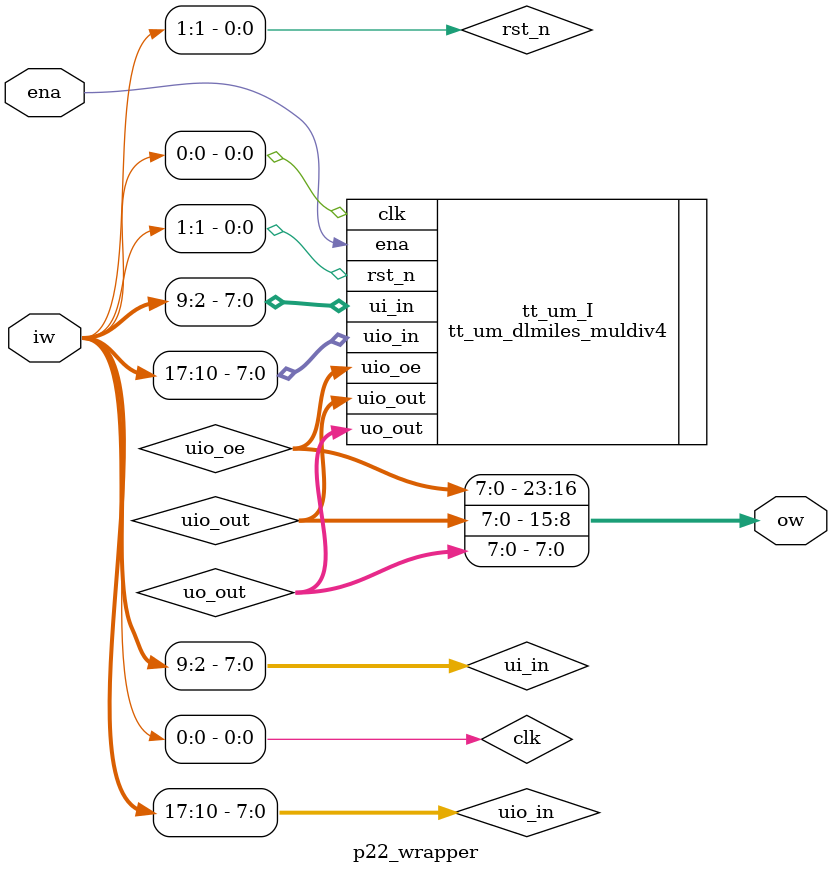
<source format=v>
`default_nettype none

module p22_wrapper (
  input wire ena,
  input wire [17:0] iw,
  output wire [23:0] ow
);

wire [7:0] uio_in;
wire [7:0] uio_out;
wire [7:0] uio_oe;
wire [7:0] uo_out;
wire [7:0] ui_in;
wire clk;
wire rst_n;

assign { uio_in, ui_in, rst_n, clk} = iw;
assign ow = { uio_oe, uio_out, uo_out };

tt_um_dlmiles_muldiv4 tt_um_I (
  .uio_in  (uio_in),
  .uio_out (uio_out),
  .uio_oe  (uio_oe),
  .uo_out  (uo_out),
  .ui_in   (ui_in),
  .ena     (ena),
  .clk     (clk),
  .rst_n   (rst_n)
);

endmodule

</source>
